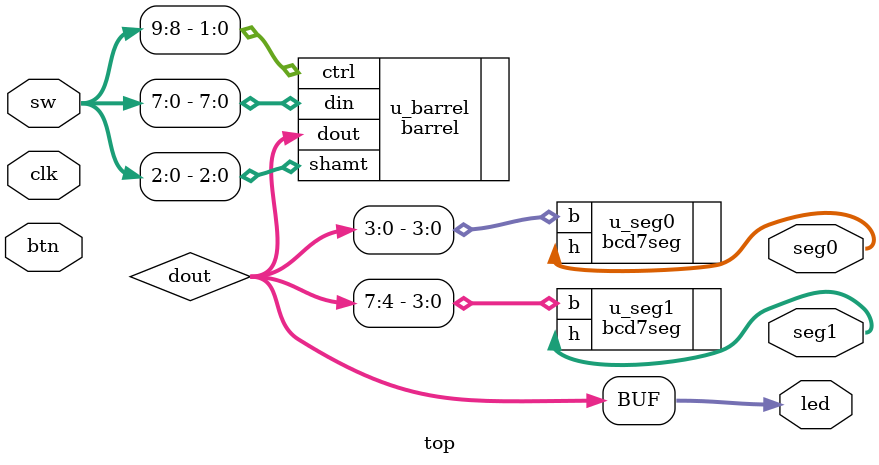
<source format=v>
module top (
    input clk,
    input btn,                // BTNC
    input [9:0] sw,           // SW9~SW8=ctrl, SW2~SW0=shamt, SW7~SW3=din高位保留，SW7~SW0完整数据
    output [6:0] seg0,
    output [6:0] seg1,
    output [7:0] led
);

    wire [7:0] dout;

    // 实例化桶形移位器
    barrel u_barrel (
        .din(sw[7:0]),
        .shamt(sw[2:0]),
        .ctrl(sw[9:8]),
        .dout(dout)
    );

    // LED 直接显示 dout
    assign led = dout;

    // 数码管显示 dout 高低4位
    bcd7seg u_seg0 (.b(dout[3:0]), .h(seg0));
    bcd7seg u_seg1 (.b(dout[7:4]), .h(seg1));

endmodule

</source>
